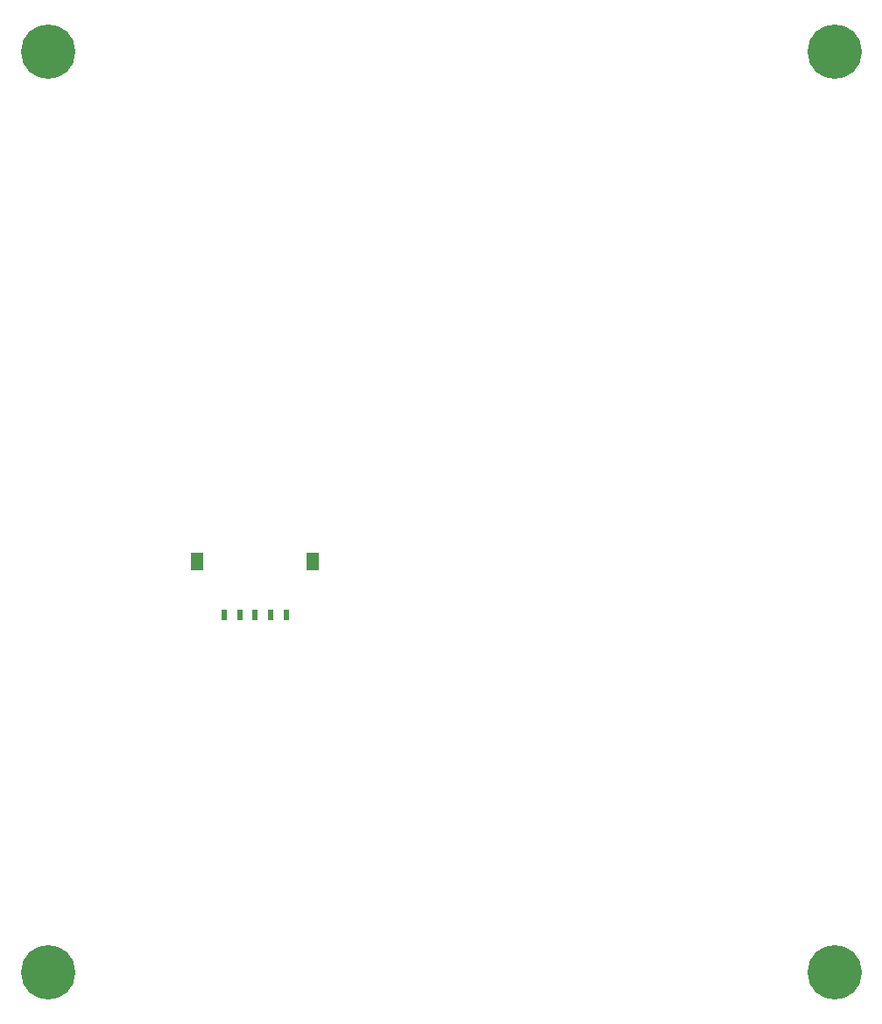
<source format=gbr>
%TF.GenerationSoftware,KiCad,Pcbnew,(6.0.7)*%
%TF.CreationDate,2023-05-18T12:23:57-07:00*%
%TF.ProjectId,solar-panel-NoCutout,736f6c61-722d-4706-916e-656c2d4e6f43,3.0*%
%TF.SameCoordinates,Original*%
%TF.FileFunction,Soldermask,Bot*%
%TF.FilePolarity,Negative*%
%FSLAX46Y46*%
G04 Gerber Fmt 4.6, Leading zero omitted, Abs format (unit mm)*
G04 Created by KiCad (PCBNEW (6.0.7)) date 2023-05-18 12:23:57*
%MOMM*%
%LPD*%
G01*
G04 APERTURE LIST*
%ADD10C,5.250000*%
%ADD11R,0.600000X1.000000*%
%ADD12R,1.250000X1.800000*%
G04 APERTURE END LIST*
D10*
%TO.C,J2*%
X106500000Y-70300000D03*
%TD*%
%TO.C,J3*%
X106500000Y-159300000D03*
%TD*%
%TO.C,J4*%
X182500000Y-70300000D03*
%TD*%
%TO.C,J5*%
X182500000Y-159300000D03*
%TD*%
D11*
%TO.C,J1*%
X123500000Y-124750000D03*
X125000000Y-124750000D03*
X126499999Y-124750000D03*
X128000001Y-124750000D03*
X129500001Y-124750000D03*
D12*
X120895001Y-119560000D03*
X132104999Y-119560000D03*
%TD*%
M02*

</source>
